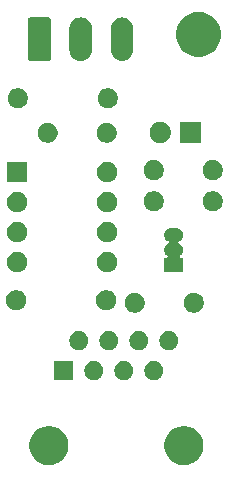
<source format=gbr>
G04 #@! TF.GenerationSoftware,KiCad,Pcbnew,(5.1.5)-3*
G04 #@! TF.CreationDate,2020-04-18T22:31:02-04:00*
G04 #@! TF.ProjectId,Single_Receiver_Out,53696e67-6c65-45f5-9265-636569766572,v1*
G04 #@! TF.SameCoordinates,Original*
G04 #@! TF.FileFunction,Soldermask,Top*
G04 #@! TF.FilePolarity,Negative*
%FSLAX46Y46*%
G04 Gerber Fmt 4.6, Leading zero omitted, Abs format (unit mm)*
G04 Created by KiCad (PCBNEW (5.1.5)-3) date 2020-04-18 22:31:02*
%MOMM*%
%LPD*%
G04 APERTURE LIST*
%ADD10C,0.100000*%
G04 APERTURE END LIST*
D10*
G36*
X60436256Y-149510938D02*
G01*
X60542579Y-149532087D01*
X60843042Y-149656543D01*
X61113451Y-149837225D01*
X61343415Y-150067189D01*
X61524097Y-150337598D01*
X61648553Y-150638061D01*
X61712000Y-150957031D01*
X61712000Y-151282249D01*
X61648553Y-151601219D01*
X61524097Y-151901682D01*
X61343415Y-152172091D01*
X61113451Y-152402055D01*
X60843042Y-152582737D01*
X60542579Y-152707193D01*
X60436256Y-152728342D01*
X60223611Y-152770640D01*
X59898389Y-152770640D01*
X59685744Y-152728342D01*
X59579421Y-152707193D01*
X59278958Y-152582737D01*
X59008549Y-152402055D01*
X58778585Y-152172091D01*
X58597903Y-151901682D01*
X58473447Y-151601219D01*
X58410000Y-151282249D01*
X58410000Y-150957031D01*
X58473447Y-150638061D01*
X58597903Y-150337598D01*
X58778585Y-150067189D01*
X59008549Y-149837225D01*
X59278958Y-149656543D01*
X59579421Y-149532087D01*
X59685744Y-149510938D01*
X59898389Y-149468640D01*
X60223611Y-149468640D01*
X60436256Y-149510938D01*
G37*
G36*
X49006256Y-149510938D02*
G01*
X49112579Y-149532087D01*
X49413042Y-149656543D01*
X49683451Y-149837225D01*
X49913415Y-150067189D01*
X50094097Y-150337598D01*
X50218553Y-150638061D01*
X50282000Y-150957031D01*
X50282000Y-151282249D01*
X50218553Y-151601219D01*
X50094097Y-151901682D01*
X49913415Y-152172091D01*
X49683451Y-152402055D01*
X49413042Y-152582737D01*
X49112579Y-152707193D01*
X49006256Y-152728342D01*
X48793611Y-152770640D01*
X48468389Y-152770640D01*
X48255744Y-152728342D01*
X48149421Y-152707193D01*
X47848958Y-152582737D01*
X47578549Y-152402055D01*
X47348585Y-152172091D01*
X47167903Y-151901682D01*
X47043447Y-151601219D01*
X46980000Y-151282249D01*
X46980000Y-150957031D01*
X47043447Y-150638061D01*
X47167903Y-150337598D01*
X47348585Y-150067189D01*
X47578549Y-149837225D01*
X47848958Y-149656543D01*
X48149421Y-149532087D01*
X48255744Y-149510938D01*
X48468389Y-149468640D01*
X48793611Y-149468640D01*
X49006256Y-149510938D01*
G37*
G36*
X50702000Y-145570640D02*
G01*
X49100000Y-145570640D01*
X49100000Y-143968640D01*
X50702000Y-143968640D01*
X50702000Y-145570640D01*
G37*
G36*
X57754642Y-143999421D02*
G01*
X57900414Y-144059802D01*
X57900416Y-144059803D01*
X58031608Y-144147462D01*
X58143178Y-144259032D01*
X58230837Y-144390224D01*
X58230838Y-144390226D01*
X58291219Y-144535998D01*
X58322000Y-144690747D01*
X58322000Y-144848533D01*
X58291219Y-145003282D01*
X58230838Y-145149054D01*
X58230837Y-145149056D01*
X58143178Y-145280248D01*
X58031608Y-145391818D01*
X57900416Y-145479477D01*
X57900415Y-145479478D01*
X57900414Y-145479478D01*
X57754642Y-145539859D01*
X57599893Y-145570640D01*
X57442107Y-145570640D01*
X57287358Y-145539859D01*
X57141586Y-145479478D01*
X57141585Y-145479478D01*
X57141584Y-145479477D01*
X57010392Y-145391818D01*
X56898822Y-145280248D01*
X56811163Y-145149056D01*
X56811162Y-145149054D01*
X56750781Y-145003282D01*
X56720000Y-144848533D01*
X56720000Y-144690747D01*
X56750781Y-144535998D01*
X56811162Y-144390226D01*
X56811163Y-144390224D01*
X56898822Y-144259032D01*
X57010392Y-144147462D01*
X57141584Y-144059803D01*
X57141586Y-144059802D01*
X57287358Y-143999421D01*
X57442107Y-143968640D01*
X57599893Y-143968640D01*
X57754642Y-143999421D01*
G37*
G36*
X55214642Y-143999421D02*
G01*
X55360414Y-144059802D01*
X55360416Y-144059803D01*
X55491608Y-144147462D01*
X55603178Y-144259032D01*
X55690837Y-144390224D01*
X55690838Y-144390226D01*
X55751219Y-144535998D01*
X55782000Y-144690747D01*
X55782000Y-144848533D01*
X55751219Y-145003282D01*
X55690838Y-145149054D01*
X55690837Y-145149056D01*
X55603178Y-145280248D01*
X55491608Y-145391818D01*
X55360416Y-145479477D01*
X55360415Y-145479478D01*
X55360414Y-145479478D01*
X55214642Y-145539859D01*
X55059893Y-145570640D01*
X54902107Y-145570640D01*
X54747358Y-145539859D01*
X54601586Y-145479478D01*
X54601585Y-145479478D01*
X54601584Y-145479477D01*
X54470392Y-145391818D01*
X54358822Y-145280248D01*
X54271163Y-145149056D01*
X54271162Y-145149054D01*
X54210781Y-145003282D01*
X54180000Y-144848533D01*
X54180000Y-144690747D01*
X54210781Y-144535998D01*
X54271162Y-144390226D01*
X54271163Y-144390224D01*
X54358822Y-144259032D01*
X54470392Y-144147462D01*
X54601584Y-144059803D01*
X54601586Y-144059802D01*
X54747358Y-143999421D01*
X54902107Y-143968640D01*
X55059893Y-143968640D01*
X55214642Y-143999421D01*
G37*
G36*
X52674642Y-143999421D02*
G01*
X52820414Y-144059802D01*
X52820416Y-144059803D01*
X52951608Y-144147462D01*
X53063178Y-144259032D01*
X53150837Y-144390224D01*
X53150838Y-144390226D01*
X53211219Y-144535998D01*
X53242000Y-144690747D01*
X53242000Y-144848533D01*
X53211219Y-145003282D01*
X53150838Y-145149054D01*
X53150837Y-145149056D01*
X53063178Y-145280248D01*
X52951608Y-145391818D01*
X52820416Y-145479477D01*
X52820415Y-145479478D01*
X52820414Y-145479478D01*
X52674642Y-145539859D01*
X52519893Y-145570640D01*
X52362107Y-145570640D01*
X52207358Y-145539859D01*
X52061586Y-145479478D01*
X52061585Y-145479478D01*
X52061584Y-145479477D01*
X51930392Y-145391818D01*
X51818822Y-145280248D01*
X51731163Y-145149056D01*
X51731162Y-145149054D01*
X51670781Y-145003282D01*
X51640000Y-144848533D01*
X51640000Y-144690747D01*
X51670781Y-144535998D01*
X51731162Y-144390226D01*
X51731163Y-144390224D01*
X51818822Y-144259032D01*
X51930392Y-144147462D01*
X52061584Y-144059803D01*
X52061586Y-144059802D01*
X52207358Y-143999421D01*
X52362107Y-143968640D01*
X52519893Y-143968640D01*
X52674642Y-143999421D01*
G37*
G36*
X51404642Y-141459421D02*
G01*
X51550414Y-141519802D01*
X51550416Y-141519803D01*
X51681608Y-141607462D01*
X51793178Y-141719032D01*
X51880837Y-141850224D01*
X51880838Y-141850226D01*
X51941219Y-141995998D01*
X51972000Y-142150747D01*
X51972000Y-142308533D01*
X51941219Y-142463282D01*
X51880838Y-142609054D01*
X51880837Y-142609056D01*
X51793178Y-142740248D01*
X51681608Y-142851818D01*
X51550416Y-142939477D01*
X51550415Y-142939478D01*
X51550414Y-142939478D01*
X51404642Y-142999859D01*
X51249893Y-143030640D01*
X51092107Y-143030640D01*
X50937358Y-142999859D01*
X50791586Y-142939478D01*
X50791585Y-142939478D01*
X50791584Y-142939477D01*
X50660392Y-142851818D01*
X50548822Y-142740248D01*
X50461163Y-142609056D01*
X50461162Y-142609054D01*
X50400781Y-142463282D01*
X50370000Y-142308533D01*
X50370000Y-142150747D01*
X50400781Y-141995998D01*
X50461162Y-141850226D01*
X50461163Y-141850224D01*
X50548822Y-141719032D01*
X50660392Y-141607462D01*
X50791584Y-141519803D01*
X50791586Y-141519802D01*
X50937358Y-141459421D01*
X51092107Y-141428640D01*
X51249893Y-141428640D01*
X51404642Y-141459421D01*
G37*
G36*
X59024642Y-141459421D02*
G01*
X59170414Y-141519802D01*
X59170416Y-141519803D01*
X59301608Y-141607462D01*
X59413178Y-141719032D01*
X59500837Y-141850224D01*
X59500838Y-141850226D01*
X59561219Y-141995998D01*
X59592000Y-142150747D01*
X59592000Y-142308533D01*
X59561219Y-142463282D01*
X59500838Y-142609054D01*
X59500837Y-142609056D01*
X59413178Y-142740248D01*
X59301608Y-142851818D01*
X59170416Y-142939477D01*
X59170415Y-142939478D01*
X59170414Y-142939478D01*
X59024642Y-142999859D01*
X58869893Y-143030640D01*
X58712107Y-143030640D01*
X58557358Y-142999859D01*
X58411586Y-142939478D01*
X58411585Y-142939478D01*
X58411584Y-142939477D01*
X58280392Y-142851818D01*
X58168822Y-142740248D01*
X58081163Y-142609056D01*
X58081162Y-142609054D01*
X58020781Y-142463282D01*
X57990000Y-142308533D01*
X57990000Y-142150747D01*
X58020781Y-141995998D01*
X58081162Y-141850226D01*
X58081163Y-141850224D01*
X58168822Y-141719032D01*
X58280392Y-141607462D01*
X58411584Y-141519803D01*
X58411586Y-141519802D01*
X58557358Y-141459421D01*
X58712107Y-141428640D01*
X58869893Y-141428640D01*
X59024642Y-141459421D01*
G37*
G36*
X56484642Y-141459421D02*
G01*
X56630414Y-141519802D01*
X56630416Y-141519803D01*
X56761608Y-141607462D01*
X56873178Y-141719032D01*
X56960837Y-141850224D01*
X56960838Y-141850226D01*
X57021219Y-141995998D01*
X57052000Y-142150747D01*
X57052000Y-142308533D01*
X57021219Y-142463282D01*
X56960838Y-142609054D01*
X56960837Y-142609056D01*
X56873178Y-142740248D01*
X56761608Y-142851818D01*
X56630416Y-142939477D01*
X56630415Y-142939478D01*
X56630414Y-142939478D01*
X56484642Y-142999859D01*
X56329893Y-143030640D01*
X56172107Y-143030640D01*
X56017358Y-142999859D01*
X55871586Y-142939478D01*
X55871585Y-142939478D01*
X55871584Y-142939477D01*
X55740392Y-142851818D01*
X55628822Y-142740248D01*
X55541163Y-142609056D01*
X55541162Y-142609054D01*
X55480781Y-142463282D01*
X55450000Y-142308533D01*
X55450000Y-142150747D01*
X55480781Y-141995998D01*
X55541162Y-141850226D01*
X55541163Y-141850224D01*
X55628822Y-141719032D01*
X55740392Y-141607462D01*
X55871584Y-141519803D01*
X55871586Y-141519802D01*
X56017358Y-141459421D01*
X56172107Y-141428640D01*
X56329893Y-141428640D01*
X56484642Y-141459421D01*
G37*
G36*
X53944642Y-141459421D02*
G01*
X54090414Y-141519802D01*
X54090416Y-141519803D01*
X54221608Y-141607462D01*
X54333178Y-141719032D01*
X54420837Y-141850224D01*
X54420838Y-141850226D01*
X54481219Y-141995998D01*
X54512000Y-142150747D01*
X54512000Y-142308533D01*
X54481219Y-142463282D01*
X54420838Y-142609054D01*
X54420837Y-142609056D01*
X54333178Y-142740248D01*
X54221608Y-142851818D01*
X54090416Y-142939477D01*
X54090415Y-142939478D01*
X54090414Y-142939478D01*
X53944642Y-142999859D01*
X53789893Y-143030640D01*
X53632107Y-143030640D01*
X53477358Y-142999859D01*
X53331586Y-142939478D01*
X53331585Y-142939478D01*
X53331584Y-142939477D01*
X53200392Y-142851818D01*
X53088822Y-142740248D01*
X53001163Y-142609056D01*
X53001162Y-142609054D01*
X52940781Y-142463282D01*
X52910000Y-142308533D01*
X52910000Y-142150747D01*
X52940781Y-141995998D01*
X53001162Y-141850226D01*
X53001163Y-141850224D01*
X53088822Y-141719032D01*
X53200392Y-141607462D01*
X53331584Y-141519803D01*
X53331586Y-141519802D01*
X53477358Y-141459421D01*
X53632107Y-141428640D01*
X53789893Y-141428640D01*
X53944642Y-141459421D01*
G37*
G36*
X56149228Y-138199503D02*
G01*
X56304100Y-138263653D01*
X56443481Y-138356785D01*
X56562015Y-138475319D01*
X56655147Y-138614700D01*
X56719297Y-138769572D01*
X56752000Y-138933984D01*
X56752000Y-139101616D01*
X56719297Y-139266028D01*
X56655147Y-139420900D01*
X56562015Y-139560281D01*
X56443481Y-139678815D01*
X56304100Y-139771947D01*
X56149228Y-139836097D01*
X55984816Y-139868800D01*
X55817184Y-139868800D01*
X55652772Y-139836097D01*
X55497900Y-139771947D01*
X55358519Y-139678815D01*
X55239985Y-139560281D01*
X55146853Y-139420900D01*
X55082703Y-139266028D01*
X55050000Y-139101616D01*
X55050000Y-138933984D01*
X55082703Y-138769572D01*
X55146853Y-138614700D01*
X55239985Y-138475319D01*
X55358519Y-138356785D01*
X55497900Y-138263653D01*
X55652772Y-138199503D01*
X55817184Y-138166800D01*
X55984816Y-138166800D01*
X56149228Y-138199503D01*
G37*
G36*
X61149228Y-138199503D02*
G01*
X61304100Y-138263653D01*
X61443481Y-138356785D01*
X61562015Y-138475319D01*
X61655147Y-138614700D01*
X61719297Y-138769572D01*
X61752000Y-138933984D01*
X61752000Y-139101616D01*
X61719297Y-139266028D01*
X61655147Y-139420900D01*
X61562015Y-139560281D01*
X61443481Y-139678815D01*
X61304100Y-139771947D01*
X61149228Y-139836097D01*
X60984816Y-139868800D01*
X60817184Y-139868800D01*
X60652772Y-139836097D01*
X60497900Y-139771947D01*
X60358519Y-139678815D01*
X60239985Y-139560281D01*
X60146853Y-139420900D01*
X60082703Y-139266028D01*
X60050000Y-139101616D01*
X60050000Y-138933984D01*
X60082703Y-138769572D01*
X60146853Y-138614700D01*
X60239985Y-138475319D01*
X60358519Y-138356785D01*
X60497900Y-138263653D01*
X60652772Y-138199503D01*
X60817184Y-138166800D01*
X60984816Y-138166800D01*
X61149228Y-138199503D01*
G37*
G36*
X53731108Y-137999503D02*
G01*
X53885980Y-138063653D01*
X54025361Y-138156785D01*
X54143895Y-138275319D01*
X54237027Y-138414700D01*
X54301177Y-138569572D01*
X54333880Y-138733984D01*
X54333880Y-138901616D01*
X54301177Y-139066028D01*
X54237027Y-139220900D01*
X54143895Y-139360281D01*
X54025361Y-139478815D01*
X53885980Y-139571947D01*
X53731108Y-139636097D01*
X53566696Y-139668800D01*
X53399064Y-139668800D01*
X53234652Y-139636097D01*
X53079780Y-139571947D01*
X52940399Y-139478815D01*
X52821865Y-139360281D01*
X52728733Y-139220900D01*
X52664583Y-139066028D01*
X52631880Y-138901616D01*
X52631880Y-138733984D01*
X52664583Y-138569572D01*
X52728733Y-138414700D01*
X52821865Y-138275319D01*
X52940399Y-138156785D01*
X53079780Y-138063653D01*
X53234652Y-137999503D01*
X53399064Y-137966800D01*
X53566696Y-137966800D01*
X53731108Y-137999503D01*
G37*
G36*
X46111108Y-137999503D02*
G01*
X46265980Y-138063653D01*
X46405361Y-138156785D01*
X46523895Y-138275319D01*
X46617027Y-138414700D01*
X46681177Y-138569572D01*
X46713880Y-138733984D01*
X46713880Y-138901616D01*
X46681177Y-139066028D01*
X46617027Y-139220900D01*
X46523895Y-139360281D01*
X46405361Y-139478815D01*
X46265980Y-139571947D01*
X46111108Y-139636097D01*
X45946696Y-139668800D01*
X45779064Y-139668800D01*
X45614652Y-139636097D01*
X45459780Y-139571947D01*
X45320399Y-139478815D01*
X45201865Y-139360281D01*
X45108733Y-139220900D01*
X45044583Y-139066028D01*
X45011880Y-138901616D01*
X45011880Y-138733984D01*
X45044583Y-138569572D01*
X45108733Y-138414700D01*
X45201865Y-138275319D01*
X45320399Y-138156785D01*
X45459780Y-138063653D01*
X45614652Y-137999503D01*
X45779064Y-137966800D01*
X45946696Y-137966800D01*
X46111108Y-137999503D01*
G37*
G36*
X53817468Y-134771783D02*
G01*
X53972340Y-134835933D01*
X54111721Y-134929065D01*
X54230255Y-135047599D01*
X54323387Y-135186980D01*
X54387537Y-135341852D01*
X54420240Y-135506264D01*
X54420240Y-135673896D01*
X54387537Y-135838308D01*
X54323387Y-135993180D01*
X54230255Y-136132561D01*
X54111721Y-136251095D01*
X53972340Y-136344227D01*
X53817468Y-136408377D01*
X53653056Y-136441080D01*
X53485424Y-136441080D01*
X53321012Y-136408377D01*
X53166140Y-136344227D01*
X53026759Y-136251095D01*
X52908225Y-136132561D01*
X52815093Y-135993180D01*
X52750943Y-135838308D01*
X52718240Y-135673896D01*
X52718240Y-135506264D01*
X52750943Y-135341852D01*
X52815093Y-135186980D01*
X52908225Y-135047599D01*
X53026759Y-134929065D01*
X53166140Y-134835933D01*
X53321012Y-134771783D01*
X53485424Y-134739080D01*
X53653056Y-134739080D01*
X53817468Y-134771783D01*
G37*
G36*
X46197468Y-134771783D02*
G01*
X46352340Y-134835933D01*
X46491721Y-134929065D01*
X46610255Y-135047599D01*
X46703387Y-135186980D01*
X46767537Y-135341852D01*
X46800240Y-135506264D01*
X46800240Y-135673896D01*
X46767537Y-135838308D01*
X46703387Y-135993180D01*
X46610255Y-136132561D01*
X46491721Y-136251095D01*
X46352340Y-136344227D01*
X46197468Y-136408377D01*
X46033056Y-136441080D01*
X45865424Y-136441080D01*
X45701012Y-136408377D01*
X45546140Y-136344227D01*
X45406759Y-136251095D01*
X45288225Y-136132561D01*
X45195093Y-135993180D01*
X45130943Y-135838308D01*
X45098240Y-135673896D01*
X45098240Y-135506264D01*
X45130943Y-135341852D01*
X45195093Y-135186980D01*
X45288225Y-135047599D01*
X45406759Y-134929065D01*
X45546140Y-134835933D01*
X45701012Y-134771783D01*
X45865424Y-134739080D01*
X46033056Y-134739080D01*
X46197468Y-134771783D01*
G37*
G36*
X59538916Y-132710134D02*
G01*
X59647492Y-132743071D01*
X59647495Y-132743072D01*
X59683601Y-132762371D01*
X59747557Y-132796556D01*
X59835264Y-132868536D01*
X59907244Y-132956243D01*
X59941429Y-133020199D01*
X59960728Y-133056305D01*
X59960729Y-133056308D01*
X59993666Y-133164884D01*
X60004787Y-133277800D01*
X59993666Y-133390716D01*
X59974717Y-133453180D01*
X59960728Y-133499295D01*
X59941429Y-133535401D01*
X59907244Y-133599357D01*
X59835264Y-133687064D01*
X59747557Y-133759044D01*
X59666141Y-133802561D01*
X59645766Y-133816175D01*
X59628439Y-133833502D01*
X59614826Y-133853876D01*
X59605448Y-133876515D01*
X59600668Y-133900548D01*
X59600668Y-133925052D01*
X59605448Y-133949085D01*
X59614826Y-133971724D01*
X59628440Y-133992099D01*
X59645767Y-134009426D01*
X59666141Y-134023039D01*
X59747557Y-134066556D01*
X59835264Y-134138536D01*
X59907244Y-134226243D01*
X59941429Y-134290199D01*
X59960728Y-134326305D01*
X59960729Y-134326308D01*
X59993666Y-134434884D01*
X60004787Y-134547800D01*
X59993666Y-134660716D01*
X59960729Y-134769292D01*
X59960728Y-134769295D01*
X59941429Y-134805401D01*
X59907244Y-134869357D01*
X59835264Y-134957064D01*
X59758354Y-135020183D01*
X59741035Y-135037502D01*
X59727421Y-135057877D01*
X59718043Y-135080516D01*
X59713263Y-135104549D01*
X59713263Y-135129053D01*
X59718043Y-135153086D01*
X59727421Y-135175725D01*
X59741034Y-135196099D01*
X59758361Y-135213426D01*
X59778736Y-135227040D01*
X59801375Y-135236418D01*
X59825408Y-135241198D01*
X59837660Y-135241800D01*
X60002000Y-135241800D01*
X60002000Y-136393800D01*
X58400000Y-136393800D01*
X58400000Y-135241800D01*
X58564340Y-135241800D01*
X58588726Y-135239398D01*
X58612175Y-135232285D01*
X58633786Y-135220734D01*
X58652728Y-135205189D01*
X58668273Y-135186247D01*
X58679824Y-135164636D01*
X58686937Y-135141187D01*
X58689339Y-135116801D01*
X58686937Y-135092415D01*
X58679824Y-135068966D01*
X58668273Y-135047355D01*
X58652728Y-135028413D01*
X58643655Y-135020191D01*
X58566736Y-134957064D01*
X58494756Y-134869357D01*
X58460571Y-134805401D01*
X58441272Y-134769295D01*
X58441271Y-134769292D01*
X58408334Y-134660716D01*
X58397213Y-134547800D01*
X58408334Y-134434884D01*
X58441271Y-134326308D01*
X58441272Y-134326305D01*
X58460571Y-134290199D01*
X58494756Y-134226243D01*
X58566736Y-134138536D01*
X58654443Y-134066556D01*
X58735859Y-134023039D01*
X58756234Y-134009425D01*
X58773561Y-133992098D01*
X58787174Y-133971724D01*
X58796552Y-133949085D01*
X58801332Y-133925052D01*
X58801332Y-133900548D01*
X58796552Y-133876515D01*
X58787174Y-133853876D01*
X58773560Y-133833501D01*
X58756233Y-133816174D01*
X58735859Y-133802561D01*
X58654443Y-133759044D01*
X58566736Y-133687064D01*
X58494756Y-133599357D01*
X58460571Y-133535401D01*
X58441272Y-133499295D01*
X58427283Y-133453180D01*
X58408334Y-133390716D01*
X58397213Y-133277800D01*
X58408334Y-133164884D01*
X58441271Y-133056308D01*
X58441272Y-133056305D01*
X58460571Y-133020199D01*
X58494756Y-132956243D01*
X58566736Y-132868536D01*
X58654443Y-132796556D01*
X58718399Y-132762371D01*
X58754505Y-132743072D01*
X58754508Y-132743071D01*
X58863084Y-132710134D01*
X58947702Y-132701800D01*
X59454298Y-132701800D01*
X59538916Y-132710134D01*
G37*
G36*
X46197468Y-132231783D02*
G01*
X46352340Y-132295933D01*
X46491721Y-132389065D01*
X46610255Y-132507599D01*
X46703387Y-132646980D01*
X46767537Y-132801852D01*
X46800240Y-132966264D01*
X46800240Y-133133896D01*
X46767537Y-133298308D01*
X46703387Y-133453180D01*
X46610255Y-133592561D01*
X46491721Y-133711095D01*
X46352340Y-133804227D01*
X46197468Y-133868377D01*
X46033056Y-133901080D01*
X45865424Y-133901080D01*
X45701012Y-133868377D01*
X45546140Y-133804227D01*
X45406759Y-133711095D01*
X45288225Y-133592561D01*
X45195093Y-133453180D01*
X45130943Y-133298308D01*
X45098240Y-133133896D01*
X45098240Y-132966264D01*
X45130943Y-132801852D01*
X45195093Y-132646980D01*
X45288225Y-132507599D01*
X45406759Y-132389065D01*
X45546140Y-132295933D01*
X45701012Y-132231783D01*
X45865424Y-132199080D01*
X46033056Y-132199080D01*
X46197468Y-132231783D01*
G37*
G36*
X53817468Y-132231783D02*
G01*
X53972340Y-132295933D01*
X54111721Y-132389065D01*
X54230255Y-132507599D01*
X54323387Y-132646980D01*
X54387537Y-132801852D01*
X54420240Y-132966264D01*
X54420240Y-133133896D01*
X54387537Y-133298308D01*
X54323387Y-133453180D01*
X54230255Y-133592561D01*
X54111721Y-133711095D01*
X53972340Y-133804227D01*
X53817468Y-133868377D01*
X53653056Y-133901080D01*
X53485424Y-133901080D01*
X53321012Y-133868377D01*
X53166140Y-133804227D01*
X53026759Y-133711095D01*
X52908225Y-133592561D01*
X52815093Y-133453180D01*
X52750943Y-133298308D01*
X52718240Y-133133896D01*
X52718240Y-132966264D01*
X52750943Y-132801852D01*
X52815093Y-132646980D01*
X52908225Y-132507599D01*
X53026759Y-132389065D01*
X53166140Y-132295933D01*
X53321012Y-132231783D01*
X53485424Y-132199080D01*
X53653056Y-132199080D01*
X53817468Y-132231783D01*
G37*
G36*
X46197468Y-129691783D02*
G01*
X46352340Y-129755933D01*
X46491721Y-129849065D01*
X46610255Y-129967599D01*
X46703387Y-130106980D01*
X46767537Y-130261852D01*
X46800240Y-130426264D01*
X46800240Y-130593896D01*
X46767537Y-130758308D01*
X46703387Y-130913180D01*
X46610255Y-131052561D01*
X46491721Y-131171095D01*
X46352340Y-131264227D01*
X46197468Y-131328377D01*
X46033056Y-131361080D01*
X45865424Y-131361080D01*
X45701012Y-131328377D01*
X45546140Y-131264227D01*
X45406759Y-131171095D01*
X45288225Y-131052561D01*
X45195093Y-130913180D01*
X45130943Y-130758308D01*
X45098240Y-130593896D01*
X45098240Y-130426264D01*
X45130943Y-130261852D01*
X45195093Y-130106980D01*
X45288225Y-129967599D01*
X45406759Y-129849065D01*
X45546140Y-129755933D01*
X45701012Y-129691783D01*
X45865424Y-129659080D01*
X46033056Y-129659080D01*
X46197468Y-129691783D01*
G37*
G36*
X53817468Y-129691783D02*
G01*
X53972340Y-129755933D01*
X54111721Y-129849065D01*
X54230255Y-129967599D01*
X54323387Y-130106980D01*
X54387537Y-130261852D01*
X54420240Y-130426264D01*
X54420240Y-130593896D01*
X54387537Y-130758308D01*
X54323387Y-130913180D01*
X54230255Y-131052561D01*
X54111721Y-131171095D01*
X53972340Y-131264227D01*
X53817468Y-131328377D01*
X53653056Y-131361080D01*
X53485424Y-131361080D01*
X53321012Y-131328377D01*
X53166140Y-131264227D01*
X53026759Y-131171095D01*
X52908225Y-131052561D01*
X52815093Y-130913180D01*
X52750943Y-130758308D01*
X52718240Y-130593896D01*
X52718240Y-130426264D01*
X52750943Y-130261852D01*
X52815093Y-130106980D01*
X52908225Y-129967599D01*
X53026759Y-129849065D01*
X53166140Y-129755933D01*
X53321012Y-129691783D01*
X53485424Y-129659080D01*
X53653056Y-129659080D01*
X53817468Y-129691783D01*
G37*
G36*
X57753188Y-129614543D02*
G01*
X57908060Y-129678693D01*
X58047441Y-129771825D01*
X58165975Y-129890359D01*
X58259107Y-130029740D01*
X58323257Y-130184612D01*
X58355960Y-130349024D01*
X58355960Y-130516656D01*
X58323257Y-130681068D01*
X58259107Y-130835940D01*
X58165975Y-130975321D01*
X58047441Y-131093855D01*
X57908060Y-131186987D01*
X57753188Y-131251137D01*
X57588776Y-131283840D01*
X57421144Y-131283840D01*
X57256732Y-131251137D01*
X57101860Y-131186987D01*
X56962479Y-131093855D01*
X56843945Y-130975321D01*
X56750813Y-130835940D01*
X56686663Y-130681068D01*
X56653960Y-130516656D01*
X56653960Y-130349024D01*
X56686663Y-130184612D01*
X56750813Y-130029740D01*
X56843945Y-129890359D01*
X56962479Y-129771825D01*
X57101860Y-129678693D01*
X57256732Y-129614543D01*
X57421144Y-129581840D01*
X57588776Y-129581840D01*
X57753188Y-129614543D01*
G37*
G36*
X62753188Y-129614543D02*
G01*
X62908060Y-129678693D01*
X63047441Y-129771825D01*
X63165975Y-129890359D01*
X63259107Y-130029740D01*
X63323257Y-130184612D01*
X63355960Y-130349024D01*
X63355960Y-130516656D01*
X63323257Y-130681068D01*
X63259107Y-130835940D01*
X63165975Y-130975321D01*
X63047441Y-131093855D01*
X62908060Y-131186987D01*
X62753188Y-131251137D01*
X62588776Y-131283840D01*
X62421144Y-131283840D01*
X62256732Y-131251137D01*
X62101860Y-131186987D01*
X61962479Y-131093855D01*
X61843945Y-130975321D01*
X61750813Y-130835940D01*
X61686663Y-130681068D01*
X61653960Y-130516656D01*
X61653960Y-130349024D01*
X61686663Y-130184612D01*
X61750813Y-130029740D01*
X61843945Y-129890359D01*
X61962479Y-129771825D01*
X62101860Y-129678693D01*
X62256732Y-129614543D01*
X62421144Y-129581840D01*
X62588776Y-129581840D01*
X62753188Y-129614543D01*
G37*
G36*
X53817468Y-127151783D02*
G01*
X53972340Y-127215933D01*
X54111721Y-127309065D01*
X54230255Y-127427599D01*
X54323387Y-127566980D01*
X54387537Y-127721852D01*
X54420240Y-127886264D01*
X54420240Y-128053896D01*
X54387537Y-128218308D01*
X54323387Y-128373180D01*
X54230255Y-128512561D01*
X54111721Y-128631095D01*
X53972340Y-128724227D01*
X53817468Y-128788377D01*
X53653056Y-128821080D01*
X53485424Y-128821080D01*
X53321012Y-128788377D01*
X53166140Y-128724227D01*
X53026759Y-128631095D01*
X52908225Y-128512561D01*
X52815093Y-128373180D01*
X52750943Y-128218308D01*
X52718240Y-128053896D01*
X52718240Y-127886264D01*
X52750943Y-127721852D01*
X52815093Y-127566980D01*
X52908225Y-127427599D01*
X53026759Y-127309065D01*
X53166140Y-127215933D01*
X53321012Y-127151783D01*
X53485424Y-127119080D01*
X53653056Y-127119080D01*
X53817468Y-127151783D01*
G37*
G36*
X46800240Y-128821080D02*
G01*
X45098240Y-128821080D01*
X45098240Y-127119080D01*
X46800240Y-127119080D01*
X46800240Y-128821080D01*
G37*
G36*
X62753188Y-126983103D02*
G01*
X62908060Y-127047253D01*
X63047441Y-127140385D01*
X63165975Y-127258919D01*
X63259107Y-127398300D01*
X63323257Y-127553172D01*
X63355960Y-127717584D01*
X63355960Y-127885216D01*
X63323257Y-128049628D01*
X63259107Y-128204500D01*
X63165975Y-128343881D01*
X63047441Y-128462415D01*
X62908060Y-128555547D01*
X62753188Y-128619697D01*
X62588776Y-128652400D01*
X62421144Y-128652400D01*
X62256732Y-128619697D01*
X62101860Y-128555547D01*
X61962479Y-128462415D01*
X61843945Y-128343881D01*
X61750813Y-128204500D01*
X61686663Y-128049628D01*
X61653960Y-127885216D01*
X61653960Y-127717584D01*
X61686663Y-127553172D01*
X61750813Y-127398300D01*
X61843945Y-127258919D01*
X61962479Y-127140385D01*
X62101860Y-127047253D01*
X62256732Y-126983103D01*
X62421144Y-126950400D01*
X62588776Y-126950400D01*
X62753188Y-126983103D01*
G37*
G36*
X57753188Y-126983103D02*
G01*
X57908060Y-127047253D01*
X58047441Y-127140385D01*
X58165975Y-127258919D01*
X58259107Y-127398300D01*
X58323257Y-127553172D01*
X58355960Y-127717584D01*
X58355960Y-127885216D01*
X58323257Y-128049628D01*
X58259107Y-128204500D01*
X58165975Y-128343881D01*
X58047441Y-128462415D01*
X57908060Y-128555547D01*
X57753188Y-128619697D01*
X57588776Y-128652400D01*
X57421144Y-128652400D01*
X57256732Y-128619697D01*
X57101860Y-128555547D01*
X56962479Y-128462415D01*
X56843945Y-128343881D01*
X56750813Y-128204500D01*
X56686663Y-128049628D01*
X56653960Y-127885216D01*
X56653960Y-127717584D01*
X56686663Y-127553172D01*
X56750813Y-127398300D01*
X56843945Y-127258919D01*
X56962479Y-127140385D01*
X57101860Y-127047253D01*
X57256732Y-126983103D01*
X57421144Y-126950400D01*
X57588776Y-126950400D01*
X57753188Y-126983103D01*
G37*
G36*
X61502000Y-125518800D02*
G01*
X59700000Y-125518800D01*
X59700000Y-123716800D01*
X61502000Y-123716800D01*
X61502000Y-125518800D01*
G37*
G36*
X58174512Y-123721727D02*
G01*
X58323812Y-123751424D01*
X58487784Y-123819344D01*
X58635354Y-123917947D01*
X58760853Y-124043446D01*
X58859456Y-124191016D01*
X58927376Y-124354988D01*
X58962000Y-124529059D01*
X58962000Y-124706541D01*
X58927376Y-124880612D01*
X58859456Y-125044584D01*
X58760853Y-125192154D01*
X58635354Y-125317653D01*
X58487784Y-125416256D01*
X58323812Y-125484176D01*
X58174512Y-125513873D01*
X58149742Y-125518800D01*
X57972258Y-125518800D01*
X57947488Y-125513873D01*
X57798188Y-125484176D01*
X57634216Y-125416256D01*
X57486646Y-125317653D01*
X57361147Y-125192154D01*
X57262544Y-125044584D01*
X57194624Y-124880612D01*
X57160000Y-124706541D01*
X57160000Y-124529059D01*
X57194624Y-124354988D01*
X57262544Y-124191016D01*
X57361147Y-124043446D01*
X57486646Y-123917947D01*
X57634216Y-123819344D01*
X57798188Y-123751424D01*
X57947488Y-123721727D01*
X57972258Y-123716800D01*
X58149742Y-123716800D01*
X58174512Y-123721727D01*
G37*
G36*
X53776828Y-123824383D02*
G01*
X53931700Y-123888533D01*
X54071081Y-123981665D01*
X54189615Y-124100199D01*
X54282747Y-124239580D01*
X54346897Y-124394452D01*
X54379600Y-124558864D01*
X54379600Y-124726496D01*
X54346897Y-124890908D01*
X54282747Y-125045780D01*
X54189615Y-125185161D01*
X54071081Y-125303695D01*
X53931700Y-125396827D01*
X53776828Y-125460977D01*
X53612416Y-125493680D01*
X53444784Y-125493680D01*
X53280372Y-125460977D01*
X53125500Y-125396827D01*
X52986119Y-125303695D01*
X52867585Y-125185161D01*
X52774453Y-125045780D01*
X52710303Y-124890908D01*
X52677600Y-124726496D01*
X52677600Y-124558864D01*
X52710303Y-124394452D01*
X52774453Y-124239580D01*
X52867585Y-124100199D01*
X52986119Y-123981665D01*
X53125500Y-123888533D01*
X53280372Y-123824383D01*
X53444784Y-123791680D01*
X53612416Y-123791680D01*
X53776828Y-123824383D01*
G37*
G36*
X48776828Y-123824383D02*
G01*
X48931700Y-123888533D01*
X49071081Y-123981665D01*
X49189615Y-124100199D01*
X49282747Y-124239580D01*
X49346897Y-124394452D01*
X49379600Y-124558864D01*
X49379600Y-124726496D01*
X49346897Y-124890908D01*
X49282747Y-125045780D01*
X49189615Y-125185161D01*
X49071081Y-125303695D01*
X48931700Y-125396827D01*
X48776828Y-125460977D01*
X48612416Y-125493680D01*
X48444784Y-125493680D01*
X48280372Y-125460977D01*
X48125500Y-125396827D01*
X47986119Y-125303695D01*
X47867585Y-125185161D01*
X47774453Y-125045780D01*
X47710303Y-124890908D01*
X47677600Y-124726496D01*
X47677600Y-124558864D01*
X47710303Y-124394452D01*
X47774453Y-124239580D01*
X47867585Y-124100199D01*
X47986119Y-123981665D01*
X48125500Y-123888533D01*
X48280372Y-123824383D01*
X48444784Y-123791680D01*
X48612416Y-123791680D01*
X48776828Y-123824383D01*
G37*
G36*
X53869228Y-120899503D02*
G01*
X54024100Y-120963653D01*
X54163481Y-121056785D01*
X54282015Y-121175319D01*
X54375147Y-121314700D01*
X54439297Y-121469572D01*
X54472000Y-121633984D01*
X54472000Y-121801616D01*
X54439297Y-121966028D01*
X54375147Y-122120900D01*
X54282015Y-122260281D01*
X54163481Y-122378815D01*
X54024100Y-122471947D01*
X53869228Y-122536097D01*
X53704816Y-122568800D01*
X53537184Y-122568800D01*
X53372772Y-122536097D01*
X53217900Y-122471947D01*
X53078519Y-122378815D01*
X52959985Y-122260281D01*
X52866853Y-122120900D01*
X52802703Y-121966028D01*
X52770000Y-121801616D01*
X52770000Y-121633984D01*
X52802703Y-121469572D01*
X52866853Y-121314700D01*
X52959985Y-121175319D01*
X53078519Y-121056785D01*
X53217900Y-120963653D01*
X53372772Y-120899503D01*
X53537184Y-120866800D01*
X53704816Y-120866800D01*
X53869228Y-120899503D01*
G37*
G36*
X46249228Y-120899503D02*
G01*
X46404100Y-120963653D01*
X46543481Y-121056785D01*
X46662015Y-121175319D01*
X46755147Y-121314700D01*
X46819297Y-121469572D01*
X46852000Y-121633984D01*
X46852000Y-121801616D01*
X46819297Y-121966028D01*
X46755147Y-122120900D01*
X46662015Y-122260281D01*
X46543481Y-122378815D01*
X46404100Y-122471947D01*
X46249228Y-122536097D01*
X46084816Y-122568800D01*
X45917184Y-122568800D01*
X45752772Y-122536097D01*
X45597900Y-122471947D01*
X45458519Y-122378815D01*
X45339985Y-122260281D01*
X45246853Y-122120900D01*
X45182703Y-121966028D01*
X45150000Y-121801616D01*
X45150000Y-121633984D01*
X45182703Y-121469572D01*
X45246853Y-121314700D01*
X45339985Y-121175319D01*
X45458519Y-121056785D01*
X45597900Y-120963653D01*
X45752772Y-120899503D01*
X45917184Y-120866800D01*
X46084816Y-120866800D01*
X46249228Y-120899503D01*
G37*
G36*
X51520344Y-114880560D02*
G01*
X51520347Y-114880561D01*
X51520348Y-114880561D01*
X51699612Y-114934940D01*
X51699615Y-114934942D01*
X51699616Y-114934942D01*
X51864823Y-115023246D01*
X52009632Y-115142088D01*
X52128474Y-115286897D01*
X52198196Y-115417339D01*
X52216780Y-115452107D01*
X52216780Y-115452108D01*
X52271160Y-115631375D01*
X52284920Y-115771082D01*
X52284920Y-117664518D01*
X52271160Y-117804225D01*
X52271159Y-117804228D01*
X52271159Y-117804229D01*
X52216780Y-117983493D01*
X52216778Y-117983496D01*
X52216778Y-117983497D01*
X52128474Y-118148703D01*
X52009632Y-118293512D01*
X51864823Y-118412354D01*
X51717345Y-118491182D01*
X51699613Y-118500660D01*
X51520349Y-118555039D01*
X51520348Y-118555039D01*
X51520345Y-118555040D01*
X51333920Y-118573401D01*
X51147496Y-118555040D01*
X51147493Y-118555039D01*
X51147492Y-118555039D01*
X50968228Y-118500660D01*
X50950496Y-118491182D01*
X50803018Y-118412354D01*
X50658209Y-118293512D01*
X50539367Y-118148703D01*
X50451063Y-117983497D01*
X50451063Y-117983496D01*
X50451061Y-117983493D01*
X50396682Y-117804229D01*
X50396682Y-117804228D01*
X50396681Y-117804225D01*
X50382920Y-117664517D01*
X50382920Y-115771083D01*
X50396680Y-115631376D01*
X50396681Y-115631372D01*
X50451060Y-115452108D01*
X50469644Y-115417339D01*
X50539366Y-115286897D01*
X50658208Y-115142088D01*
X50803017Y-115023246D01*
X50968223Y-114934942D01*
X50968224Y-114934942D01*
X50968227Y-114934940D01*
X51147491Y-114880561D01*
X51147492Y-114880561D01*
X51147495Y-114880560D01*
X51333920Y-114862199D01*
X51520344Y-114880560D01*
G37*
G36*
X55020344Y-114880560D02*
G01*
X55020347Y-114880561D01*
X55020348Y-114880561D01*
X55199612Y-114934940D01*
X55199615Y-114934942D01*
X55199616Y-114934942D01*
X55364823Y-115023246D01*
X55509632Y-115142088D01*
X55628474Y-115286897D01*
X55698196Y-115417339D01*
X55716780Y-115452107D01*
X55716780Y-115452108D01*
X55771160Y-115631375D01*
X55784920Y-115771082D01*
X55784920Y-117664518D01*
X55771160Y-117804225D01*
X55771159Y-117804228D01*
X55771159Y-117804229D01*
X55716780Y-117983493D01*
X55716778Y-117983496D01*
X55716778Y-117983497D01*
X55628474Y-118148703D01*
X55509632Y-118293512D01*
X55364823Y-118412354D01*
X55217345Y-118491182D01*
X55199613Y-118500660D01*
X55020349Y-118555039D01*
X55020348Y-118555039D01*
X55020345Y-118555040D01*
X54833920Y-118573401D01*
X54647496Y-118555040D01*
X54647493Y-118555039D01*
X54647492Y-118555039D01*
X54468228Y-118500660D01*
X54450496Y-118491182D01*
X54303018Y-118412354D01*
X54158209Y-118293512D01*
X54039367Y-118148703D01*
X53951063Y-117983497D01*
X53951063Y-117983496D01*
X53951061Y-117983493D01*
X53896682Y-117804229D01*
X53896682Y-117804228D01*
X53896681Y-117804225D01*
X53882920Y-117664517D01*
X53882920Y-115771083D01*
X53896680Y-115631376D01*
X53896681Y-115631372D01*
X53951060Y-115452108D01*
X53969644Y-115417339D01*
X54039366Y-115286897D01*
X54158208Y-115142088D01*
X54303017Y-115023246D01*
X54468223Y-114934942D01*
X54468224Y-114934942D01*
X54468227Y-114934940D01*
X54647491Y-114880561D01*
X54647492Y-114880561D01*
X54647495Y-114880560D01*
X54833920Y-114862199D01*
X55020344Y-114880560D01*
G37*
G36*
X48644835Y-114870734D02*
G01*
X48677344Y-114880595D01*
X48707302Y-114896609D01*
X48733561Y-114918159D01*
X48755111Y-114944418D01*
X48771125Y-114974376D01*
X48780986Y-115006885D01*
X48784920Y-115046829D01*
X48784920Y-118388771D01*
X48780986Y-118428715D01*
X48771125Y-118461224D01*
X48755111Y-118491182D01*
X48733561Y-118517441D01*
X48707302Y-118538991D01*
X48677344Y-118555005D01*
X48644835Y-118564866D01*
X48604891Y-118568800D01*
X47062949Y-118568800D01*
X47023005Y-118564866D01*
X46990496Y-118555005D01*
X46960538Y-118538991D01*
X46934279Y-118517441D01*
X46912729Y-118491182D01*
X46896715Y-118461224D01*
X46886854Y-118428715D01*
X46882920Y-118388771D01*
X46882920Y-115046829D01*
X46886854Y-115006885D01*
X46896715Y-114974376D01*
X46912729Y-114944418D01*
X46934279Y-114918159D01*
X46960538Y-114896609D01*
X46990496Y-114880595D01*
X47023005Y-114870734D01*
X47062949Y-114866800D01*
X48604891Y-114866800D01*
X48644835Y-114870734D01*
G37*
G36*
X61671866Y-114453327D02*
G01*
X61855501Y-114489854D01*
X62201461Y-114633156D01*
X62512817Y-114841197D01*
X62777603Y-115105983D01*
X62985644Y-115417339D01*
X62985645Y-115417341D01*
X63000046Y-115452108D01*
X63128946Y-115763299D01*
X63202000Y-116130568D01*
X63202000Y-116505032D01*
X63128946Y-116872301D01*
X62985644Y-117218261D01*
X62777603Y-117529617D01*
X62512817Y-117794403D01*
X62201461Y-118002444D01*
X61855501Y-118145746D01*
X61488233Y-118218800D01*
X61113767Y-118218800D01*
X60746499Y-118145746D01*
X60400539Y-118002444D01*
X60089183Y-117794403D01*
X59824397Y-117529617D01*
X59616356Y-117218261D01*
X59473054Y-116872301D01*
X59400000Y-116505032D01*
X59400000Y-116130568D01*
X59473054Y-115763299D01*
X59601954Y-115452108D01*
X59616355Y-115417341D01*
X59616356Y-115417339D01*
X59824397Y-115105983D01*
X60089183Y-114841197D01*
X60400539Y-114633156D01*
X60746499Y-114489854D01*
X60930134Y-114453327D01*
X61113767Y-114416800D01*
X61488233Y-114416800D01*
X61671866Y-114453327D01*
G37*
M02*

</source>
